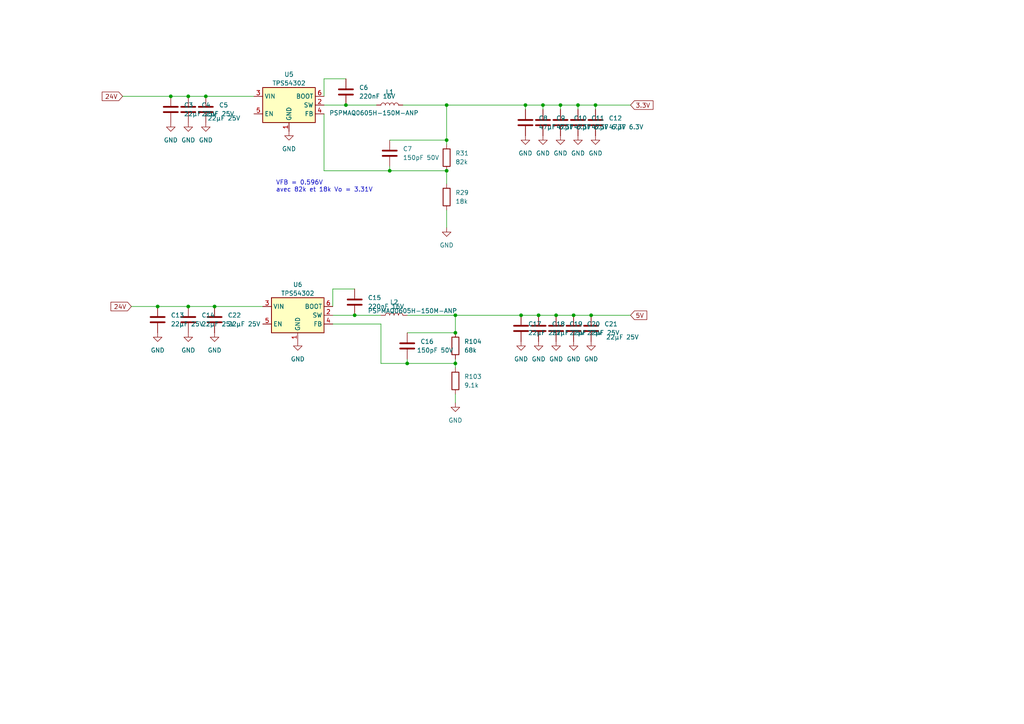
<source format=kicad_sch>
(kicad_sch (version 20231120) (generator "eeschema") (generator_version "8.0")
  (paper "A4")
  (lib_symbols
    (symbol "Device:C" (pin_numbers hide) (pin_names (offset 0.254))
      (property "Reference" "C" (at 0.635 2.54 0))
      (property "Value" "C" (at 0.635 -2.54 0))
      (symbol "C_0_1"
        (polyline (pts (xy -2.032 -0.762) (xy 2.032 -0.762)) (stroke (width 0.508)))
        (polyline (pts (xy -2.032 0.762) (xy 2.032 0.762)) (stroke (width 0.508)))
      )
      (symbol "C_1_1"
        (pin passive line (at 0 3.81 270) (length 2.794) (name "~") (number "1"))
        (pin passive line (at 0 -3.81 90) (length 2.794) (name "~") (number "2"))
      )
    )
    (symbol "Device:L" (pin_numbers hide) (pin_names (offset 1.016) hide)
      (property "Reference" "L" (at -1.27 0 90))
      (property "Value" "L" (at 1.905 0 90))
      (symbol "L_0_1"
        (arc (start 0 -2.54) (mid 0.6323 -1.905) (end 0 -1.27))
        (arc (start 0 -1.27) (mid 0.6323 -0.635) (end 0 0))
        (arc (start 0 0) (mid 0.6323 0.635) (end 0 1.27))
        (arc (start 0 1.27) (mid 0.6323 1.905) (end 0 2.54))
      )
      (symbol "L_1_1"
        (pin passive line (at 0 3.81 270) (length 1.27) (name "1") (number "1"))
        (pin passive line (at 0 -3.81 90) (length 1.27) (name "2") (number "2"))
      )
    )
    (symbol "Device:R" (pin_numbers hide) (pin_names (offset 0))
      (property "Reference" "R" (at 2.032 0 90))
      (property "Value" "R" (at 0 0 90))
      (symbol "R_0_1"
        (rectangle (start -1.016 -2.54) (end 1.016 2.54) (stroke (width 0.254)))
      )
      (symbol "R_1_1"
        (pin passive line (at 0 3.81 270) (length 1.27) (name "~") (number "1"))
        (pin passive line (at 0 -3.81 90) (length 1.27) (name "~") (number "2"))
      )
    )
    (symbol "Regulator_Switching:TPS54302"
      (property "Reference" "U" (at -7.62 6.35 0))
      (property "Value" "TPS54302" (at 0 6.35 0))
      (symbol "TPS54302_0_1"
        (rectangle (start -7.62 5.08) (end 7.62 -5.08) (stroke (width 0.254)) (fill (type background)))
      )
      (symbol "TPS54302_1_1"
        (pin power_in line (at 0 -7.62 90) (length 2.54) (name "GND") (number "1"))
        (pin power_out line (at 10.16 0 180) (length 2.54) (name "SW") (number "2"))
        (pin power_in line (at -10.16 2.54 0) (length 2.54) (name "VIN") (number "3"))
        (pin input line (at 10.16 -2.54 180) (length 2.54) (name "FB") (number "4"))
        (pin input line (at -10.16 -2.54 0) (length 2.54) (name "EN") (number "5"))
        (pin passive line (at 10.16 2.54 180) (length 2.54) (name "BOOT") (number "6"))
      )
    )
    (symbol "power:GND" (power) (pin_names (offset 0))
      (property "Value" "GND" (at 0 -3.81 0))
      (symbol "GND_0_1"
        (polyline (pts (xy 0 0) (xy 0 -1.27) (xy 1.27 -1.27) (xy 0 -2.54) (xy -1.27 -1.27) (xy 0 -1.27)))
      )
      (symbol "GND_1_1"
        (pin power_in line (at 0 0 270) (length 0) hide (name "GND") (number "1"))
      )
    )
  )
  (junction (at 156.21 91.44))
  (junction (at 132.08 105.41))
  (junction (at 157.48 30.48))
  (junction (at 129.54 30.48))
  (junction (at 113.03 49.53))
  (junction (at 132.08 91.44))
  (junction (at 54.61 27.94))
  (junction (at 49.53 27.94))
  (junction (at 161.29 91.44))
  (junction (at 132.08 96.52))
  (junction (at 118.11 105.41))
  (junction (at 129.54 40.64))
  (junction (at 151.13 91.44))
  (junction (at 102.87 91.44))
  (junction (at 162.56 30.48))
  (junction (at 166.37 91.44))
  (junction (at 172.72 30.48))
  (junction (at 54.61 88.9))
  (junction (at 62.23 88.9))
  (junction (at 129.54 49.53))
  (junction (at 152.4 30.48))
  (junction (at 100.33 30.48))
  (junction (at 59.69 27.94))
  (junction (at 45.72 88.9))
  (junction (at 167.64 30.48))
  (junction (at 171.45 91.44))
  (wire (pts (xy 167.64 31.75) (xy 167.64 30.48)))
  (wire (pts (xy 35.56 27.94) (xy 49.53 27.94)))
  (wire (pts (xy 151.13 91.44) (xy 156.21 91.44)))
  (wire (pts (xy 110.49 93.98) (xy 96.52 93.98)))
  (wire (pts (xy 132.08 91.44) (xy 151.13 91.44)))
  (wire (pts (xy 171.45 91.44) (xy 182.88 91.44)))
  (wire (pts (xy 129.54 66.04) (xy 129.54 60.96)))
  (wire (pts (xy 118.11 91.44) (xy 132.08 91.44)))
  (wire (pts (xy 132.08 116.84) (xy 132.08 114.3)))
  (wire (pts (xy 118.11 105.41) (xy 110.49 105.41)))
  (wire (pts (xy 129.54 30.48) (xy 152.4 30.48)))
  (wire (pts (xy 59.69 27.94) (xy 73.66 27.94)))
  (wire (pts (xy 172.72 31.75) (xy 172.72 30.48)))
  (wire (pts (xy 167.64 30.48) (xy 172.72 30.48)))
  (wire (pts (xy 110.49 93.98) (xy 110.49 105.41)))
  (wire (pts (xy 118.11 105.41) (xy 132.08 105.41)))
  (wire (pts (xy 166.37 91.44) (xy 171.45 91.44)))
  (wire (pts (xy 172.72 30.48) (xy 182.88 30.48)))
  (wire (pts (xy 38.1 88.9) (xy 45.72 88.9)))
  (wire (pts (xy 96.52 91.44) (xy 102.87 91.44)))
  (wire (pts (xy 152.4 30.48) (xy 157.48 30.48)))
  (wire (pts (xy 157.48 31.75) (xy 157.48 30.48)))
  (wire (pts (xy 156.21 91.44) (xy 161.29 91.44)))
  (wire (pts (xy 132.08 105.41) (xy 132.08 104.14)))
  (wire (pts (xy 129.54 40.64) (xy 129.54 41.91)))
  (wire (pts (xy 116.84 30.48) (xy 129.54 30.48)))
  (wire (pts (xy 45.72 88.9) (xy 54.61 88.9)))
  (wire (pts (xy 49.53 27.94) (xy 54.61 27.94)))
  (wire (pts (xy 54.61 88.9) (xy 62.23 88.9)))
  (wire (pts (xy 109.22 30.48) (xy 100.33 30.48)))
  (wire (pts (xy 132.08 105.41) (xy 132.08 106.68)))
  (wire (pts (xy 96.52 83.82) (xy 102.87 83.82)))
  (wire (pts (xy 129.54 30.48) (xy 129.54 40.64)))
  (wire (pts (xy 93.98 22.86) (xy 100.33 22.86)))
  (wire (pts (xy 152.4 31.75) (xy 152.4 30.48)))
  (wire (pts (xy 62.23 88.9) (xy 76.2 88.9)))
  (wire (pts (xy 93.98 33.02) (xy 93.98 49.53)))
  (wire (pts (xy 93.98 30.48) (xy 100.33 30.48)))
  (wire (pts (xy 96.52 88.9) (xy 96.52 83.82)))
  (wire (pts (xy 157.48 30.48) (xy 162.56 30.48)))
  (wire (pts (xy 129.54 49.53) (xy 129.54 53.34)))
  (wire (pts (xy 118.11 96.52) (xy 132.08 96.52)))
  (wire (pts (xy 113.03 40.64) (xy 129.54 40.64)))
  (wire (pts (xy 129.54 49.53) (xy 113.03 49.53)))
  (wire (pts (xy 102.87 91.44) (xy 110.49 91.44)))
  (wire (pts (xy 162.56 31.75) (xy 162.56 30.48)))
  (wire (pts (xy 54.61 27.94) (xy 59.69 27.94)))
  (wire (pts (xy 93.98 27.94) (xy 93.98 22.86)))
  (wire (pts (xy 113.03 49.53) (xy 93.98 49.53)))
  (wire (pts (xy 161.29 91.44) (xy 166.37 91.44)))
  (wire (pts (xy 132.08 91.44) (xy 132.08 96.52)))
  (wire (pts (xy 113.03 49.53) (xy 113.03 48.26)))
  (wire (pts (xy 162.56 30.48) (xy 167.64 30.48)))
  (wire (pts (xy 118.11 104.14) (xy 118.11 105.41)))
  (text "VFB = 0.596V\navec 82k et 18k Vo = 3.31V" (at 80.01 55.88 0) (effects (font (size 1.27 1.27)) (justify left bottom)))
  (global_label "3.3V" (shape input) (at 182.88 30.48 0) (property "Intersheetrefs" "${INTERSHEET_REFS}" (effects (hide yes))))
  (global_label "5V" (shape input) (at 182.88 91.44 0) (property "Intersheetrefs" "${INTERSHEET_REFS}" (effects (hide yes))))
  (global_label "24V" (shape input) (at 38.1 88.9 180) (property "Intersheetrefs" "${INTERSHEET_REFS}" (effects (hide yes))))
  (global_label "24V" (shape input) (at 35.56 27.94 180) (property "Intersheetrefs" "${INTERSHEET_REFS}" (effects (hide yes))))
  (symbol (lib_id "power:GND") (at 151.13 99.06 0) (unit 1)
    (property "Reference" "#PWR088" (effects (hide yes)))
    (property "Value" "GND" (at 151.13 104.14 0))
  )
  (symbol (lib_id "Device:C") (at 54.61 92.71 0) (unit 1)
    (property "Reference" "C14" (at 58.42 91.44 0) (effects (justify left)))
    (property "Value" "22µF 25V" (at 58.42 93.98 0) (effects (justify left)))
    (property "Footprint" "Capacitor_SMD:C_0805_2012Metric" (effects (hide yes)))
  )
  (symbol (lib_id "power:GND") (at 171.45 99.06 0) (unit 1)
    (property "Reference" "#PWR092" (effects (hide yes)))
    (property "Value" "GND" (at 171.45 104.14 0))
  )
  (symbol (lib_id "power:GND") (at 152.4 39.37 0) (unit 1)
    (property "Reference" "#PWR077" (effects (hide yes)))
    (property "Value" "GND" (at 152.4 44.45 0))
  )
  (symbol (lib_id "power:GND") (at 132.08 116.84 0) (unit 1)
    (property "Reference" "#PWR087" (effects (hide yes)))
    (property "Value" "GND" (at 132.08 121.92 0))
  )
  (symbol (lib_id "power:GND") (at 83.82 38.1 0) (unit 1)
    (property "Reference" "#PWR028" (effects (hide yes)))
    (property "Value" "GND" (at 83.82 43.18 0))
  )
  (symbol (lib_id "power:GND") (at 156.21 99.06 0) (unit 1)
    (property "Reference" "#PWR089" (effects (hide yes)))
    (property "Value" "GND" (at 156.21 104.14 0))
  )
  (symbol (lib_id "Device:C") (at 162.56 35.56 0) (unit 1)
    (property "Reference" "C10" (at 166.37 34.29 0) (effects (justify left)))
    (property "Value" "47µF 6.3V" (at 166.37 36.83 0) (effects (justify left)))
    (property "Footprint" "Capacitor_SMD:C_0805_2012Metric" (effects (hide yes)))
  )
  (symbol (lib_id "Regulator_Switching:TPS54302") (at 86.36 91.44 0) (unit 1)
    (property "Reference" "U6" (at 86.36 82.55 0))
    (property "Value" "TPS54302" (at 86.36 85.09 0))
    (property "Footprint" "Package_TO_SOT_SMD:SOT-23-6" (effects (hide yes)))
    (property "Datasheet" "http://www.ti.com/lit/ds/symlink/tps54302.pdf" (effects (hide yes)))
  )
  (symbol (lib_id "power:GND") (at 167.64 39.37 0) (unit 1)
    (property "Reference" "#PWR080" (effects (hide yes)))
    (property "Value" "GND" (at 167.64 44.45 0))
  )
  (symbol (lib_id "Device:C") (at 113.03 44.45 0) (unit 1)
    (property "Reference" "C7" (at 116.84 43.1799 0) (effects (justify left)))
    (property "Value" "150pF 50V" (at 116.84 45.7199 0) (effects (justify left)))
    (property "Footprint" "Capacitor_SMD:C_0603_1608Metric" (effects (hide yes)))
  )
  (symbol (lib_id "Device:C") (at 172.72 35.56 0) (unit 1)
    (property "Reference" "C12" (at 176.53 34.29 0) (effects (justify left)))
    (property "Value" "47µF 6.3V" (at 176.53 36.83 0) (effects (justify left)))
    (property "Footprint" "Capacitor_SMD:C_0805_2012Metric" (effects (hide yes)))
  )
  (symbol (lib_id "Device:C") (at 49.53 31.75 0) (unit 1)
    (property "Reference" "C3" (at 53.34 30.48 0) (effects (justify left)))
    (property "Value" "22µF 25V" (at 53.34 33.02 0) (effects (justify left)))
    (property "Footprint" "Capacitor_SMD:C_0805_2012Metric" (effects (hide yes)))
  )
  (symbol (lib_id "Device:C") (at 171.45 95.25 0) (unit 1)
    (property "Reference" "C21" (at 175.26 93.98 0) (effects (justify left)))
    (property "Value" "22µF 25V" (at 175.768 97.79 0) (effects (justify left)))
    (property "Footprint" "Capacitor_SMD:C_0805_2012Metric" (effects (hide yes)))
  )
  (symbol (lib_id "power:GND") (at 49.53 35.56 0) (unit 1)
    (property "Reference" "#PWR023" (effects (hide yes)))
    (property "Value" "GND" (at 49.53 40.64 0))
  )
  (symbol (lib_id "power:GND") (at 172.72 39.37 0) (unit 1)
    (property "Reference" "#PWR081" (effects (hide yes)))
    (property "Value" "GND" (at 172.72 44.45 0))
  )
  (symbol (lib_id "Device:C") (at 102.87 87.63 0) (unit 1)
    (property "Reference" "C15" (at 106.68 86.36 0) (effects (justify left)))
    (property "Value" "220nF 16V" (at 106.68 88.9 0) (effects (justify left)))
    (property "Footprint" "Capacitor_SMD:C_0402_1005Metric" (effects (hide yes)))
  )
  (symbol (lib_id "Device:R") (at 129.54 57.15 0) (unit 1)
    (property "Reference" "R29" (at 132.08 55.88 0) (effects (justify left)))
    (property "Value" "18k" (at 132.08 58.42 0) (effects (justify left)))
    (property "Footprint" "Resistor_SMD:R_0603_1608Metric" (effects (hide yes)))
  )
  (symbol (lib_id "power:GND") (at 166.37 99.06 0) (unit 1)
    (property "Reference" "#PWR091" (effects (hide yes)))
    (property "Value" "GND" (at 166.37 104.14 0))
  )
  (symbol (lib_id "Device:C") (at 157.48 35.56 0) (unit 1)
    (property "Reference" "C9" (at 161.29 34.29 0) (effects (justify left)))
    (property "Value" "47µF 6.3V" (at 161.29 36.83 0) (effects (justify left)))
    (property "Footprint" "Capacitor_SMD:C_0805_2012Metric" (effects (hide yes)))
  )
  (symbol (lib_id "Device:C") (at 62.23 92.71 0) (unit 1)
    (property "Reference" "C22" (at 66.04 91.44 0) (effects (justify left)))
    (property "Value" "22µF 25V" (at 66.04 93.98 0) (effects (justify left)))
    (property "Footprint" "Capacitor_SMD:C_0805_2012Metric" (effects (hide yes)))
  )
  (symbol (lib_id "power:GND") (at 59.69 35.56 0) (unit 1)
    (property "Reference" "#PWR027" (effects (hide yes)))
    (property "Value" "GND" (at 59.69 40.64 0))
  )
  (symbol (lib_id "Regulator_Switching:TPS54302") (at 83.82 30.48 0) (unit 1)
    (property "Reference" "U5" (at 83.82 21.59 0))
    (property "Value" "TPS54302" (at 83.82 24.13 0))
    (property "Footprint" "Package_TO_SOT_SMD:SOT-23-6" (effects (hide yes)))
    (property "Datasheet" "http://www.ti.com/lit/ds/symlink/tps54302.pdf" (effects (hide yes)))
  )
  (symbol (lib_id "Device:L") (at 114.3 91.44 90) (unit 1)
    (property "Reference" "L2" (at 114.3 87.63 90))
    (property "Value" "PSPMAQ0605H-150M-ANP" (at 119.634 90.17 90))
    (property "Footprint" "7Robot_lib:Prod_Tech_7.1x6.6mm" (effects (hide yes)))
  )
  (symbol (lib_id "Device:C") (at 167.64 35.56 0) (unit 1)
    (property "Reference" "C11" (at 171.45 34.29 0) (effects (justify left)))
    (property "Value" "47µF 6.3V" (at 171.45 36.83 0) (effects (justify left)))
    (property "Footprint" "Capacitor_SMD:C_0805_2012Metric" (effects (hide yes)))
  )
  (symbol (lib_id "power:GND") (at 45.72 96.52 0) (unit 1)
    (property "Reference" "#PWR083" (effects (hide yes)))
    (property "Value" "GND" (at 45.72 101.6 0))
  )
  (symbol (lib_id "power:GND") (at 161.29 99.06 0) (unit 1)
    (property "Reference" "#PWR090" (effects (hide yes)))
    (property "Value" "GND" (at 161.29 104.14 0))
  )
  (symbol (lib_id "Device:R") (at 132.08 100.33 0) (unit 1)
    (property "Reference" "R104" (at 134.62 99.0599 0) (effects (justify left)))
    (property "Value" "68k" (at 134.62 101.5999 0) (effects (justify left)))
    (property "Footprint" "Resistor_SMD:R_0603_1608Metric" (effects (hide yes)))
  )
  (symbol (lib_id "Device:R") (at 132.08 110.49 0) (unit 1)
    (property "Reference" "R103" (at 134.62 109.22 0) (effects (justify left)))
    (property "Value" "9.1k" (at 134.62 111.76 0) (effects (justify left)))
    (property "Footprint" "Resistor_SMD:R_0603_1608Metric" (effects (hide yes)))
  )
  (symbol (lib_id "Device:C") (at 156.21 95.25 0) (unit 1)
    (property "Reference" "C18" (at 160.02 93.98 0) (effects (justify left)))
    (property "Value" "22µF 25V" (at 160.02 96.52 0) (effects (justify left)))
    (property "Footprint" "Capacitor_SMD:C_0805_2012Metric" (effects (hide yes)))
  )
  (symbol (lib_id "Device:C") (at 151.13 95.25 0) (unit 1)
    (property "Reference" "C17" (at 153.162 93.98 0) (effects (justify left)))
    (property "Value" "22µF 25V" (at 153.162 96.52 0) (effects (justify left)))
    (property "Footprint" "Capacitor_SMD:C_0805_2012Metric" (effects (hide yes)))
  )
  (symbol (lib_id "power:GND") (at 54.61 35.56 0) (unit 1)
    (property "Reference" "#PWR025" (effects (hide yes)))
    (property "Value" "GND" (at 54.61 40.64 0))
  )
  (symbol (lib_id "Device:C") (at 100.33 26.67 0) (unit 1)
    (property "Reference" "C6" (at 104.14 25.4 0) (effects (justify left)))
    (property "Value" "220nF 16V" (at 104.14 27.94 0) (effects (justify left)))
    (property "Footprint" "Capacitor_SMD:C_0402_1005Metric" (effects (hide yes)))
  )
  (symbol (lib_id "Device:C") (at 45.72 92.71 0) (unit 1)
    (property "Reference" "C13" (at 49.53 91.44 0) (effects (justify left)))
    (property "Value" "22µF 25V" (at 49.53 93.98 0) (effects (justify left)))
    (property "Footprint" "Capacitor_SMD:C_0805_2012Metric" (effects (hide yes)))
  )
  (symbol (lib_id "Device:C") (at 59.69 31.75 0) (unit 1)
    (property "Reference" "C5" (at 63.5 30.48 0) (effects (justify left)))
    (property "Value" "22µF 25V" (at 60.198 34.29 0) (effects (justify left)))
    (property "Footprint" "Capacitor_SMD:C_0805_2012Metric" (effects (hide yes)))
  )
  (symbol (lib_id "Device:C") (at 54.61 31.75 0) (unit 1)
    (property "Reference" "C4" (at 58.42 30.48 0) (effects (justify left)))
    (property "Value" "22µF 25V" (at 58.42 33.02 0) (effects (justify left)))
    (property "Footprint" "Capacitor_SMD:C_0805_2012Metric" (effects (hide yes)))
  )
  (symbol (lib_id "power:GND") (at 86.36 99.06 0) (unit 1)
    (property "Reference" "#PWR086" (effects (hide yes)))
    (property "Value" "GND" (at 86.36 104.14 0))
  )
  (symbol (lib_id "Device:L") (at 113.03 30.48 90) (unit 1)
    (property "Reference" "L1" (at 113.03 26.67 90))
    (property "Value" "PSPMAQ0605H-150M-ANP" (at 108.458 32.766 90))
    (property "Footprint" "7Robot_lib:Prod_Tech_7.1x6.6mm" (effects (hide yes)))
  )
  (symbol (lib_id "power:GND") (at 157.48 39.37 0) (unit 1)
    (property "Reference" "#PWR078" (effects (hide yes)))
    (property "Value" "GND" (at 157.48 44.45 0))
  )
  (symbol (lib_id "power:GND") (at 62.23 96.52 0) (unit 1)
    (property "Reference" "#PWR085" (effects (hide yes)))
    (property "Value" "GND" (at 62.23 101.6 0))
  )
  (symbol (lib_id "power:GND") (at 54.61 96.52 0) (unit 1)
    (property "Reference" "#PWR084" (effects (hide yes)))
    (property "Value" "GND" (at 54.61 101.6 0))
  )
  (symbol (lib_id "power:GND") (at 162.56 39.37 0) (unit 1)
    (property "Reference" "#PWR079" (effects (hide yes)))
    (property "Value" "GND" (at 162.56 44.45 0))
  )
  (symbol (lib_id "Device:C") (at 118.11 100.33 0) (unit 1)
    (property "Reference" "C16" (at 121.92 99.0599 0) (effects (justify left)))
    (property "Value" "150pF 50V" (at 120.904 101.6 0) (effects (justify left)))
    (property "Footprint" "Capacitor_SMD:C_0603_1608Metric" (effects (hide yes)))
  )
  (symbol (lib_id "Device:C") (at 161.29 95.25 0) (unit 1)
    (property "Reference" "C19" (at 165.1 93.98 0) (effects (justify left)))
    (property "Value" "22µF 25V" (at 165.1 96.52 0) (effects (justify left)))
    (property "Footprint" "Capacitor_SMD:C_0805_2012Metric" (effects (hide yes)))
  )
  (symbol (lib_id "power:GND") (at 129.54 66.04 0) (unit 1)
    (property "Reference" "#PWR076" (effects (hide yes)))
    (property "Value" "GND" (at 129.54 71.12 0))
  )
  (symbol (lib_id "Device:C") (at 166.37 95.25 0) (unit 1)
    (property "Reference" "C20" (at 170.18 93.98 0) (effects (justify left)))
    (property "Value" "22µF 25V" (at 170.18 96.52 0) (effects (justify left)))
    (property "Footprint" "Capacitor_SMD:C_0805_2012Metric" (effects (hide yes)))
  )
  (symbol (lib_id "Device:R") (at 129.54 45.72 0) (unit 1)
    (property "Reference" "R31" (at 132.08 44.4499 0) (effects (justify left)))
    (property "Value" "82k" (at 132.08 46.9899 0) (effects (justify left)))
    (property "Footprint" "Resistor_SMD:R_0603_1608Metric" (effects (hide yes)))
  )
  (symbol (lib_id "Device:C") (at 152.4 35.56 0) (unit 1)
    (property "Reference" "C8" (at 156.21 34.29 0) (effects (justify left)))
    (property "Value" "47µF 6.3V" (at 156.21 36.83 0) (effects (justify left)))
    (property "Footprint" "Capacitor_SMD:C_0805_2012Metric" (effects (hide yes)))
  )
)
</source>
